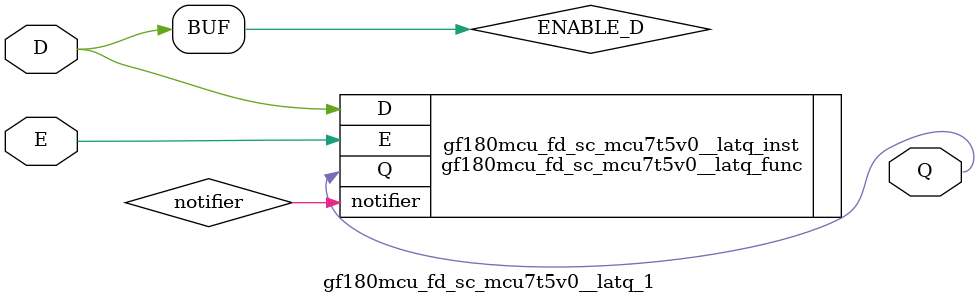
<source format=v>

`ifndef GF180MCU_FD_SC_MCU7T5V0__LATQ_1_V
`define GF180MCU_FD_SC_MCU7T5V0__LATQ_1_V

`include "gf180mcu_fd_sc_mcu7t5v0__latq.v"

`ifdef USE_POWER_PINS
module gf180mcu_fd_sc_mcu7t5v0__latq_1( E, D, Q, VDD, VSS );
inout VDD, VSS;
`else // If not USE_POWER_PINS
module gf180mcu_fd_sc_mcu7t5v0__latq_1( E, D, Q );
`endif // If not USE_POWER_PINS
input D, E;
output Q;

`ifdef USE_POWER_PINS
  gf180mcu_fd_sc_mcu7t5v0__latq_func gf180mcu_fd_sc_mcu7t5v0__latq_inst(.E(E),.D(D),.Q(Q),.VDD(VDD),.VSS(VSS),.notifier(notifier));
`else // If not USE_POWER_PINS
  gf180mcu_fd_sc_mcu7t5v0__latq_func gf180mcu_fd_sc_mcu7t5v0__latq_inst(.E(E),.D(D),.Q(Q),.notifier(notifier));
`endif // If not USE_POWER_PINS

`ifndef FUNCTIONAL
	// spec_gates_begin


	not MGM_G0(ENABLE_NOT_D,D);


	buf MGM_G1(ENABLE_D,D);


	// spec_gates_end



   specify

	// specify_block_begin

	// comb arc D --> Q
	 (D => Q) = (1.0,1.0);

	// seq arc E --> Q
	(posedge E => (Q : D))  = (1.0,1.0);

	// hold D-HL E-HL
	$hold(negedge E,negedge D,1.0,notifier);

	// hold D-LH E-HL
	$hold(negedge E,posedge D,1.0,notifier);

	// setup D-HL E-HL
	$setup(negedge D,negedge E,1.0,notifier);

	// setup D-LH E-HL
	$setup(posedge D,negedge E,1.0,notifier);

	$width(posedge E &&& (ENABLE_NOT_D === 1'b1)
		,1.0,0,notifier);

	$width(posedge E &&& (ENABLE_D === 1'b1)
		,1.0,0,notifier);

	// mpw E_lh
	$width(posedge E,1.0,0,notifier);

	// specify_block_end

   endspecify

   `endif

endmodule
`endif // GF180MCU_FD_SC_MCU7T5V0__LATQ_1_V

</source>
